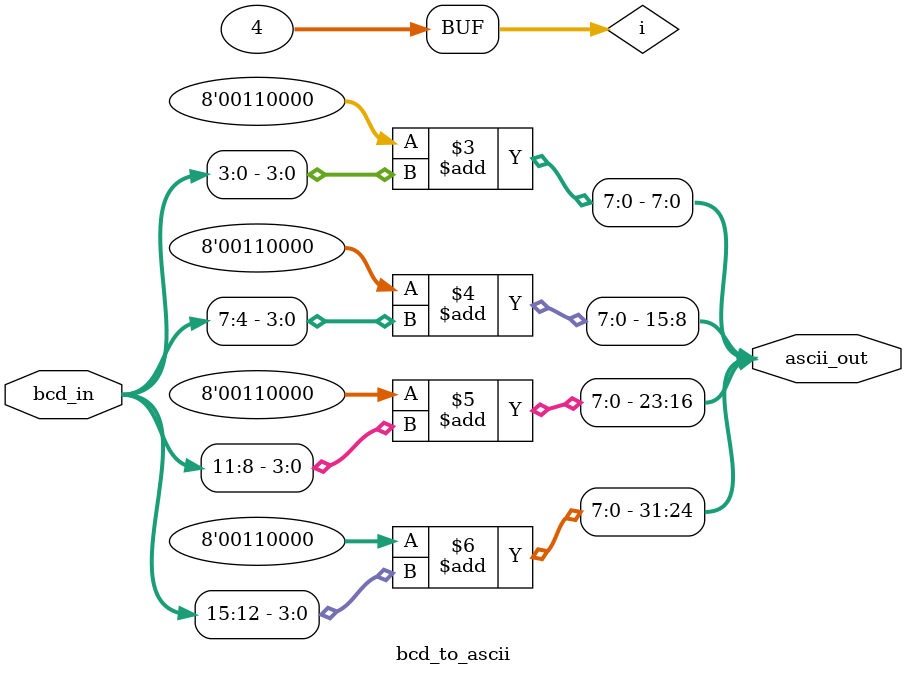
<source format=v>
module bcd_to_ascii #(
    localparam BCD_DIGITS = 4
)(
    input [4*BCD_DIGITS-1:0] bcd_in,   // Input BCD digits
    output reg [8*BCD_DIGITS-1:0] ascii_out // Output ASCII characters
);
    integer i;

    // Local parameter for the ASCII offset for digits ('0' = 8'h30)
    localparam ASCII_OFFSET = 8'h30;  

    always @(*) begin
        // Initialize ascii_out to avoid uninitialized bits
        ascii_out = 0;
        for (i = 0; i < BCD_DIGITS; i = i + 1) begin
            // Extract each 4-bit BCD digit and convert to ASCII
            ascii_out[8*i +: 8] = ASCII_OFFSET + bcd_in[4*i +: 4];
        end
    end

endmodule

</source>
